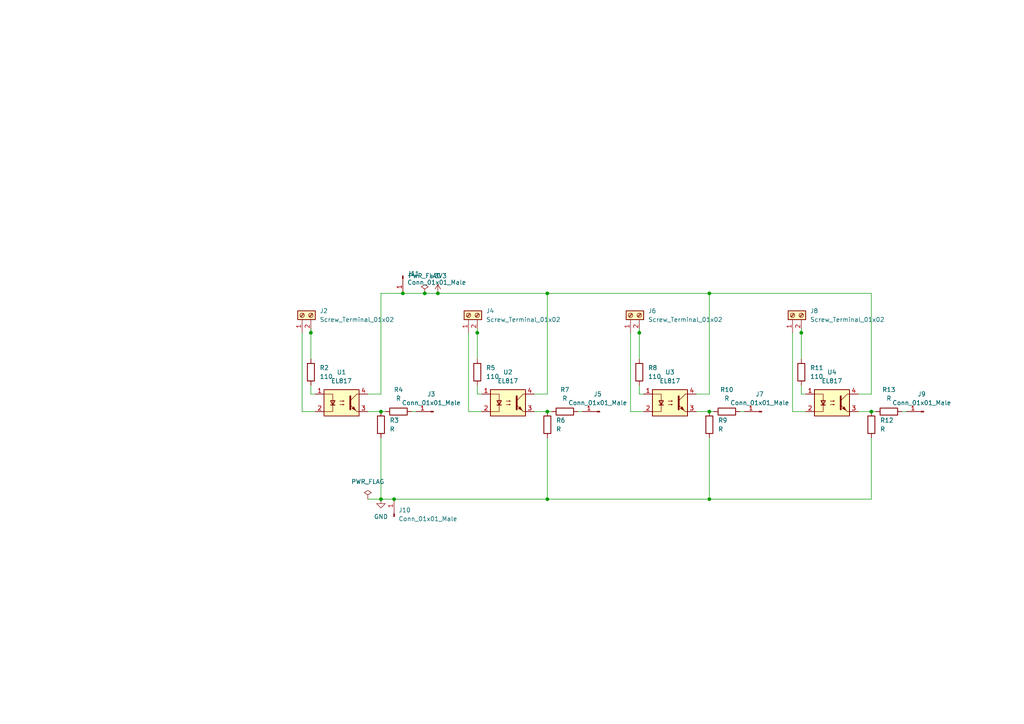
<source format=kicad_sch>
(kicad_sch (version 20211123) (generator eeschema)
  (paper "A4")
  (lib_symbols
    (symbol "Connector:Conn_01x01_Male" (pin_names (offset 1.016) hide)
      (property "Reference" "J" (at 0 2.54 0))
      (property "Value" "Conn_01x01_Male" (at 0 -2.54 0))
      (symbol "Conn_01x01_Male_1_1"
        (polyline (pts (xy 1.27 0) (xy 0.8636 0)) (stroke (width 0.1524)))
        (rectangle (start 0.8636 0.127) (end 0 -0.127) (stroke (width 0.1524)) (fill (type outline)))
        (pin passive line (at 5.08 0 180) (length 3.81) (name "Pin_1") (number "1"))
      )
    )
    (symbol "Connector:Screw_Terminal_01x02" (pin_names (offset 1.016) hide)
      (property "Reference" "J" (at 0 2.54 0))
      (property "Value" "Screw_Terminal_01x02" (at 0 -5.08 0))
      (symbol "Screw_Terminal_01x02_1_1"
        (rectangle (start -1.27 1.27) (end 1.27 -3.81) (stroke (width 0.254)) (fill (type background)))
        (circle (center 0 -2.54) (radius 0.635) (stroke (width 0.1524)))
        (polyline (pts (xy -0.5334 -2.2098) (xy 0.3302 -3.048)) (stroke (width 0.1524)))
        (polyline (pts (xy -0.5334 0.3302) (xy 0.3302 -0.508)) (stroke (width 0.1524)))
        (polyline (pts (xy -0.3556 -2.032) (xy 0.508 -2.8702)) (stroke (width 0.1524)))
        (polyline (pts (xy -0.3556 0.508) (xy 0.508 -0.3302)) (stroke (width 0.1524)))
        (circle (center 0 0) (radius 0.635) (stroke (width 0.1524)))
        (pin passive line (at -5.08 0 0) (length 3.81) (name "Pin_1") (number "1"))
        (pin passive line (at -5.08 -2.54 0) (length 3.81) (name "Pin_2") (number "2"))
      )
    )
    (symbol "Device:R" (pin_numbers hide) (pin_names (offset 0))
      (property "Reference" "R" (at 2.032 0 90))
      (property "Value" "R" (at 0 0 90))
      (symbol "R_0_1"
        (rectangle (start -1.016 -2.54) (end 1.016 2.54) (stroke (width 0.254)))
      )
      (symbol "R_1_1"
        (pin passive line (at 0 3.81 270) (length 1.27) (name "~") (number "1"))
        (pin passive line (at 0 -3.81 90) (length 1.27) (name "~") (number "2"))
      )
    )
    (symbol "Isolator:EL817" (pin_names (offset 1.016))
      (property "Reference" "U" (at -5.08 5.08 0))
      (property "Value" "EL817" (at 0 5.08 0))
      (symbol "EL817_0_1"
        (rectangle (start -5.08 3.81) (end 5.08 -3.81) (stroke (width 0.254)) (fill (type background)))
        (polyline (pts (xy -3.175 -0.635) (xy -1.905 -0.635)) (stroke (width 0.254)))
        (polyline (pts (xy 2.54 0.635) (xy 4.445 2.54)))
        (polyline (pts (xy 4.445 -2.54) (xy 2.54 -0.635)) (fill (type outline)))
        (polyline (pts (xy 4.445 -2.54) (xy 5.08 -2.54)))
        (polyline (pts (xy 4.445 2.54) (xy 5.08 2.54)))
        (polyline (pts (xy -5.08 2.54) (xy -2.54 2.54) (xy -2.54 -0.635)))
        (polyline (pts (xy -2.54 -0.635) (xy -2.54 -2.54) (xy -5.08 -2.54)))
        (polyline (pts (xy 2.54 1.905) (xy 2.54 -1.905) (xy 2.54 -1.905)) (stroke (width 0.508)))
        (polyline (pts (xy -2.54 -0.635) (xy -3.175 0.635) (xy -1.905 0.635) (xy -2.54 -0.635)) (stroke (width 0.254)))
        (polyline (pts (xy -0.508 -0.508) (xy 0.762 -0.508) (xy 0.381 -0.635) (xy 0.381 -0.381) (xy 0.762 -0.508)))
        (polyline (pts (xy -0.508 0.508) (xy 0.762 0.508) (xy 0.381 0.381) (xy 0.381 0.635) (xy 0.762 0.508)))
        (polyline (pts (xy 3.048 -1.651) (xy 3.556 -1.143) (xy 4.064 -2.159) (xy 3.048 -1.651) (xy 3.048 -1.651)) (fill (type outline)))
      )
      (symbol "EL817_1_1"
        (pin passive line (at -7.62 2.54 0) (length 2.54) (name "~") (number "1"))
        (pin passive line (at -7.62 -2.54 0) (length 2.54) (name "~") (number "2"))
        (pin passive line (at 7.62 -2.54 180) (length 2.54) (name "~") (number "3"))
        (pin passive line (at 7.62 2.54 180) (length 2.54) (name "~") (number "4"))
      )
    )
    (symbol "power:+3.3V" (power) (pin_names (offset 0))
      (property "Value" "+3.3V" (at 0 3.556 0))
      (symbol "+3.3V_0_1"
        (polyline (pts (xy -0.762 1.27) (xy 0 2.54)))
        (polyline (pts (xy 0 0) (xy 0 2.54)))
        (polyline (pts (xy 0 2.54) (xy 0.762 1.27)))
      )
      (symbol "+3.3V_1_1"
        (pin power_in line (at 0 0 90) (length 0) hide (name "+3V3") (number "1"))
      )
    )
    (symbol "power:GND" (power) (pin_names (offset 0))
      (property "Value" "GND" (at 0 -3.81 0))
      (symbol "GND_0_1"
        (polyline (pts (xy 0 0) (xy 0 -1.27) (xy 1.27 -1.27) (xy 0 -2.54) (xy -1.27 -1.27) (xy 0 -1.27)))
      )
      (symbol "GND_1_1"
        (pin power_in line (at 0 0 270) (length 0) hide (name "GND") (number "1"))
      )
    )
    (symbol "power:PWR_FLAG" (power) (pin_numbers hide) (pin_names (offset 0) hide)
      (property "Value" "PWR_FLAG" (at 0 3.81 0))
      (symbol "PWR_FLAG_0_0"
        (pin power_out line (at 0 0 90) (length 0) (name "pwr") (number "1"))
      )
      (symbol "PWR_FLAG_0_1"
        (polyline (pts (xy 0 0) (xy 0 1.27) (xy -1.016 1.905) (xy 0 2.54) (xy 1.016 1.905) (xy 0 1.27)))
      )
    )
  )
  (junction (at 90.17 96.52))
  (junction (at 127 85.09))
  (junction (at 205.74 85.09))
  (junction (at 205.74 119.38))
  (junction (at 252.73 119.38))
  (junction (at 114.3 144.78))
  (junction (at 232.41 96.52))
  (junction (at 158.75 85.09))
  (junction (at 138.43 96.52))
  (junction (at 158.75 119.38))
  (junction (at 205.74 144.78))
  (junction (at 110.49 144.78))
  (junction (at 123.19 85.09))
  (junction (at 110.49 119.38))
  (junction (at 158.75 144.78))
  (junction (at 116.84 85.09))
  (junction (at 185.42 96.52))
  (wire (pts (xy 201.93 119.38) (xy 205.74 119.38)))
  (wire (pts (xy 110.49 85.09) (xy 110.49 114.3)))
  (wire (pts (xy 252.73 144.78) (xy 252.73 127)))
  (wire (pts (xy 205.74 144.78) (xy 252.73 144.78)))
  (wire (pts (xy 232.41 114.3) (xy 233.68 114.3)))
  (wire (pts (xy 135.89 119.38) (xy 139.7 119.38)))
  (wire (pts (xy 182.88 119.38) (xy 186.69 119.38)))
  (wire (pts (xy 138.43 96.52) (xy 138.43 104.14)))
  (wire (pts (xy 90.17 96.52) (xy 90.17 104.14)))
  (wire (pts (xy 158.75 144.78) (xy 205.74 144.78)))
  (wire (pts (xy 252.73 114.3) (xy 248.92 114.3)))
  (wire (pts (xy 205.74 85.09) (xy 252.73 85.09)))
  (wire (pts (xy 135.89 119.38) (xy 135.89 96.52)))
  (wire (pts (xy 232.41 96.52) (xy 232.41 104.14)))
  (wire (pts (xy 205.74 85.09) (xy 205.74 114.3)))
  (wire (pts (xy 110.49 144.78) (xy 114.3 144.78)))
  (wire (pts (xy 182.88 119.38) (xy 182.88 96.52)))
  (wire (pts (xy 229.87 119.38) (xy 233.68 119.38)))
  (wire (pts (xy 158.75 127) (xy 158.75 144.78)))
  (wire (pts (xy 138.43 114.3) (xy 139.7 114.3)))
  (wire (pts (xy 116.84 85.09) (xy 123.19 85.09)))
  (wire (pts (xy 185.42 111.76) (xy 185.42 114.3)))
  (wire (pts (xy 158.75 85.09) (xy 158.75 114.3)))
  (wire (pts (xy 214.63 119.38) (xy 215.9 119.38)))
  (wire (pts (xy 167.64 119.38) (xy 168.91 119.38)))
  (wire (pts (xy 87.63 119.38) (xy 87.63 96.52)))
  (wire (pts (xy 229.87 119.38) (xy 229.87 96.52)))
  (wire (pts (xy 158.75 85.09) (xy 205.74 85.09)))
  (wire (pts (xy 254 119.38) (xy 252.73 119.38)))
  (wire (pts (xy 248.92 119.38) (xy 252.73 119.38)))
  (wire (pts (xy 90.17 111.76) (xy 90.17 114.3)))
  (wire (pts (xy 90.17 95.25) (xy 90.17 96.52)))
  (wire (pts (xy 154.94 119.38) (xy 158.75 119.38)))
  (wire (pts (xy 232.41 111.76) (xy 232.41 114.3)))
  (wire (pts (xy 138.43 95.25) (xy 138.43 96.52)))
  (wire (pts (xy 138.43 111.76) (xy 138.43 114.3)))
  (wire (pts (xy 106.68 119.38) (xy 110.49 119.38)))
  (wire (pts (xy 123.19 85.09) (xy 127 85.09)))
  (wire (pts (xy 232.41 95.25) (xy 232.41 96.52)))
  (wire (pts (xy 127 85.09) (xy 158.75 85.09)))
  (wire (pts (xy 185.42 114.3) (xy 186.69 114.3)))
  (wire (pts (xy 110.49 85.09) (xy 116.84 85.09)))
  (wire (pts (xy 205.74 114.3) (xy 201.93 114.3)))
  (wire (pts (xy 160.02 119.38) (xy 158.75 119.38)))
  (wire (pts (xy 110.49 114.3) (xy 106.68 114.3)))
  (wire (pts (xy 87.63 119.38) (xy 91.44 119.38)))
  (wire (pts (xy 207.01 119.38) (xy 205.74 119.38)))
  (wire (pts (xy 111.76 119.38) (xy 110.49 119.38)))
  (wire (pts (xy 114.3 144.78) (xy 158.75 144.78)))
  (wire (pts (xy 158.75 114.3) (xy 154.94 114.3)))
  (wire (pts (xy 205.74 127) (xy 205.74 144.78)))
  (wire (pts (xy 119.38 119.38) (xy 120.65 119.38)))
  (wire (pts (xy 110.49 144.78) (xy 110.49 127)))
  (wire (pts (xy 261.62 119.38) (xy 262.89 119.38)))
  (wire (pts (xy 252.73 85.09) (xy 252.73 114.3)))
  (wire (pts (xy 90.17 114.3) (xy 91.44 114.3)))
  (wire (pts (xy 185.42 96.52) (xy 185.42 104.14)))
  (wire (pts (xy 185.42 95.25) (xy 185.42 96.52)))
  (wire (pts (xy 106.68 144.78) (xy 110.49 144.78)))
  (symbol (lib_id "Device:R") (at 90.17 107.95 0) (unit 1)
    (property "Reference" "R2" (at 92.71 106.6799 0) (effects (justify left)))
    (property "Value" "110" (at 92.71 109.2199 0) (effects (justify left)))
    (property "Footprint" "Resistor_THT:R_Axial_DIN0207_L6.3mm_D2.5mm_P7.62mm_Horizontal" (effects hide))
  )
  (symbol (lib_id "Isolator:EL817") (at 194.31 116.84 0) (unit 1)
    (property "Reference" "U3" (at 194.31 107.95 0))
    (property "Value" "EL817" (at 194.31 110.49 0))
    (property "Footprint" "Package_DIP:DIP-4_W7.62mm" (effects hide))
    (property "Datasheet" "http://www.everlight.com/file/ProductFile/EL817.pdf" (effects hide))
  )
  (symbol (lib_id "power:GND") (at 110.49 144.78 0) (unit 1)
    (property "Reference" "#PWR06" (effects hide))
    (property "Value" "GND" (at 110.49 149.86 0))
  )
  (symbol (lib_id "Isolator:EL817") (at 147.32 116.84 0) (unit 1)
    (property "Reference" "U2" (at 147.32 107.95 0))
    (property "Value" "EL817" (at 147.32 110.49 0))
    (property "Footprint" "Package_DIP:DIP-4_W7.62mm" (effects hide))
    (property "Datasheet" "http://www.everlight.com/file/ProductFile/EL817.pdf" (effects hide))
  )
  (symbol (lib_id "Device:R") (at 163.83 119.38 90) (unit 1)
    (property "Reference" "R7" (at 163.83 113.03 90))
    (property "Value" "R" (at 163.83 115.57 90))
    (property "Footprint" "Resistor_THT:R_Axial_DIN0207_L6.3mm_D2.5mm_P7.62mm_Horizontal" (effects hide))
  )
  (symbol (lib_id "Device:R") (at 110.49 123.19 0) (unit 1)
    (property "Reference" "R3" (at 113.03 121.9199 0) (effects (justify left)))
    (property "Value" "R" (at 113.03 124.4599 0) (effects (justify left)))
    (property "Footprint" "Resistor_THT:R_Axial_DIN0207_L6.3mm_D2.5mm_P7.62mm_Horizontal" (effects hide))
  )
  (symbol (lib_id "Connector:Conn_01x01_Male") (at 267.97 119.38 180) (unit 1)
    (property "Reference" "J9" (at 267.335 114.3 0))
    (property "Value" "Conn_01x01_Male" (at 267.335 116.84 0))
    (property "Footprint" "Connector_PinHeader_2.54mm:PinHeader_1x01_P2.54mm_Vertical" (effects hide))
  )
  (symbol (lib_id "power:PWR_FLAG") (at 123.19 85.09 0) (unit 1)
    (property "Reference" "#FLG03" (effects hide))
    (property "Value" "PWR_FLAG" (at 123.19 80.01 0))
  )
  (symbol (lib_id "Connector:Conn_01x01_Male") (at 116.84 80.01 270) (unit 1)
    (property "Reference" "J11" (at 118.11 79.3749 90) (effects (justify left)))
    (property "Value" "Conn_01x01_Male" (at 118.11 81.9149 90) (effects (justify left)))
    (property "Footprint" "Connector_PinHeader_2.54mm:PinHeader_1x01_P2.54mm_Vertical" (effects hide))
  )
  (symbol (lib_id "Connector:Conn_01x01_Male") (at 125.73 119.38 180) (unit 1)
    (property "Reference" "J3" (at 125.095 114.3 0))
    (property "Value" "Conn_01x01_Male" (at 125.095 116.84 0))
    (property "Footprint" "Connector_PinHeader_2.54mm:PinHeader_1x01_P2.54mm_Vertical" (effects hide))
  )
  (symbol (lib_id "Connector:Conn_01x01_Male") (at 220.98 119.38 180) (unit 1)
    (property "Reference" "J7" (at 220.345 114.3 0))
    (property "Value" "Conn_01x01_Male" (at 220.345 116.84 0))
    (property "Footprint" "Connector_PinHeader_2.54mm:PinHeader_1x01_P2.54mm_Vertical" (effects hide))
  )
  (symbol (lib_id "Device:R") (at 257.81 119.38 90) (unit 1)
    (property "Reference" "R13" (at 257.81 113.03 90))
    (property "Value" "R" (at 257.81 115.57 90))
    (property "Footprint" "Resistor_THT:R_Axial_DIN0207_L6.3mm_D2.5mm_P7.62mm_Horizontal" (effects hide))
  )
  (symbol (lib_id "Device:R") (at 158.75 123.19 0) (unit 1)
    (property "Reference" "R6" (at 161.29 121.9199 0) (effects (justify left)))
    (property "Value" "R" (at 161.29 124.4599 0) (effects (justify left)))
    (property "Footprint" "Resistor_THT:R_Axial_DIN0207_L6.3mm_D2.5mm_P7.62mm_Horizontal" (effects hide))
  )
  (symbol (lib_id "Device:R") (at 115.57 119.38 90) (unit 1)
    (property "Reference" "R4" (at 115.57 113.03 90))
    (property "Value" "R" (at 115.57 115.57 90))
    (property "Footprint" "Resistor_THT:R_Axial_DIN0207_L6.3mm_D2.5mm_P7.62mm_Horizontal" (effects hide))
  )
  (symbol (lib_id "power:PWR_FLAG") (at 106.68 144.78 0) (unit 1)
    (property "Reference" "#FLG04" (effects hide))
    (property "Value" "PWR_FLAG" (at 106.68 139.7 0))
  )
  (symbol (lib_id "Device:R") (at 210.82 119.38 90) (unit 1)
    (property "Reference" "R10" (at 210.82 113.03 90))
    (property "Value" "R" (at 210.82 115.57 90))
    (property "Footprint" "Resistor_THT:R_Axial_DIN0207_L6.3mm_D2.5mm_P7.62mm_Horizontal" (effects hide))
  )
  (symbol (lib_id "Isolator:EL817") (at 99.06 116.84 0) (unit 1)
    (property "Reference" "U1" (at 99.06 107.95 0))
    (property "Value" "EL817" (at 99.06 110.49 0))
    (property "Footprint" "Package_DIP:DIP-4_W7.62mm" (effects hide))
    (property "Datasheet" "http://www.everlight.com/file/ProductFile/EL817.pdf" (effects hide))
  )
  (symbol (lib_id "Connector:Screw_Terminal_01x02") (at 229.87 91.44 90) (unit 1)
    (property "Reference" "J8" (at 234.95 90.1699 90) (effects (justify right)))
    (property "Value" "Screw_Terminal_01x02" (at 234.95 92.7099 90) (effects (justify right)))
    (property "Footprint" "TerminalBlock:TerminalBlock_Altech_AK300-2_P5.00mm" (effects hide))
  )
  (symbol (lib_id "Connector:Conn_01x01_Male") (at 114.3 149.86 90) (unit 1)
    (property "Reference" "J10" (at 115.57 147.9549 90) (effects (justify right)))
    (property "Value" "Conn_01x01_Male" (at 115.57 150.4949 90) (effects (justify right)))
    (property "Footprint" "Connector_PinHeader_2.54mm:PinHeader_1x01_P2.54mm_Vertical" (effects hide))
  )
  (symbol (lib_id "Device:R") (at 252.73 123.19 0) (unit 1)
    (property "Reference" "R12" (at 255.27 121.9199 0) (effects (justify left)))
    (property "Value" "R" (at 255.27 124.4599 0) (effects (justify left)))
    (property "Footprint" "Resistor_THT:R_Axial_DIN0207_L6.3mm_D2.5mm_P7.62mm_Horizontal" (effects hide))
  )
  (symbol (lib_id "Connector:Screw_Terminal_01x02") (at 135.89 91.44 90) (unit 1)
    (property "Reference" "J4" (at 140.97 90.1699 90) (effects (justify right)))
    (property "Value" "Screw_Terminal_01x02" (at 140.97 92.7099 90) (effects (justify right)))
    (property "Footprint" "TerminalBlock:TerminalBlock_Altech_AK300-2_P5.00mm" (effects hide))
  )
  (symbol (lib_id "Connector:Conn_01x01_Male") (at 173.99 119.38 180) (unit 1)
    (property "Reference" "J5" (at 173.355 114.3 0))
    (property "Value" "Conn_01x01_Male" (at 173.355 116.84 0))
    (property "Footprint" "Connector_PinHeader_2.54mm:PinHeader_1x01_P2.54mm_Vertical" (effects hide))
  )
  (symbol (lib_id "Connector:Screw_Terminal_01x02") (at 87.63 91.44 90) (unit 1)
    (property "Reference" "J2" (at 92.71 90.1699 90) (effects (justify right)))
    (property "Value" "Screw_Terminal_01x02" (at 92.71 92.7099 90) (effects (justify right)))
    (property "Footprint" "TerminalBlock:TerminalBlock_Altech_AK300-2_P5.00mm" (effects hide))
  )
  (symbol (lib_id "Isolator:EL817") (at 241.3 116.84 0) (unit 1)
    (property "Reference" "U4" (at 241.3 107.95 0))
    (property "Value" "EL817" (at 241.3 110.49 0))
    (property "Footprint" "Package_DIP:DIP-4_W7.62mm" (effects hide))
    (property "Datasheet" "http://www.everlight.com/file/ProductFile/EL817.pdf" (effects hide))
  )
  (symbol (lib_id "power:+3.3V") (at 127 85.09 0) (unit 1)
    (property "Reference" "#PWR05" (effects hide))
    (property "Value" "+3.3V" (at 127 80.01 0))
  )
  (symbol (lib_id "Device:R") (at 232.41 107.95 0) (unit 1)
    (property "Reference" "R11" (at 234.95 106.6799 0) (effects (justify left)))
    (property "Value" "110" (at 234.95 109.2199 0) (effects (justify left)))
    (property "Footprint" "Resistor_THT:R_Axial_DIN0207_L6.3mm_D2.5mm_P7.62mm_Horizontal" (effects hide))
  )
  (symbol (lib_id "Device:R") (at 138.43 107.95 0) (unit 1)
    (property "Reference" "R5" (at 140.97 106.6799 0) (effects (justify left)))
    (property "Value" "110" (at 140.97 109.2199 0) (effects (justify left)))
    (property "Footprint" "Resistor_THT:R_Axial_DIN0207_L6.3mm_D2.5mm_P7.62mm_Horizontal" (effects hide))
  )
  (symbol (lib_id "Device:R") (at 205.74 123.19 0) (unit 1)
    (property "Reference" "R9" (at 208.28 121.9199 0) (effects (justify left)))
    (property "Value" "R" (at 208.28 124.4599 0) (effects (justify left)))
    (property "Footprint" "Resistor_THT:R_Axial_DIN0207_L6.3mm_D2.5mm_P7.62mm_Horizontal" (effects hide))
  )
  (symbol (lib_id "Connector:Screw_Terminal_01x02") (at 182.88 91.44 90) (unit 1)
    (property "Reference" "J6" (at 187.96 90.1699 90) (effects (justify right)))
    (property "Value" "Screw_Terminal_01x02" (at 187.96 92.7099 90) (effects (justify right)))
    (property "Footprint" "TerminalBlock:TerminalBlock_Altech_AK300-2_P5.00mm" (effects hide))
  )
  (symbol (lib_id "Device:R") (at 185.42 107.95 0) (unit 1)
    (property "Reference" "R8" (at 187.96 106.6799 0) (effects (justify left)))
    (property "Value" "110" (at 187.96 109.2199 0) (effects (justify left)))
    (property "Footprint" "Resistor_THT:R_Axial_DIN0207_L6.3mm_D2.5mm_P7.62mm_Horizontal" (effects hide))
  )
)
</source>
